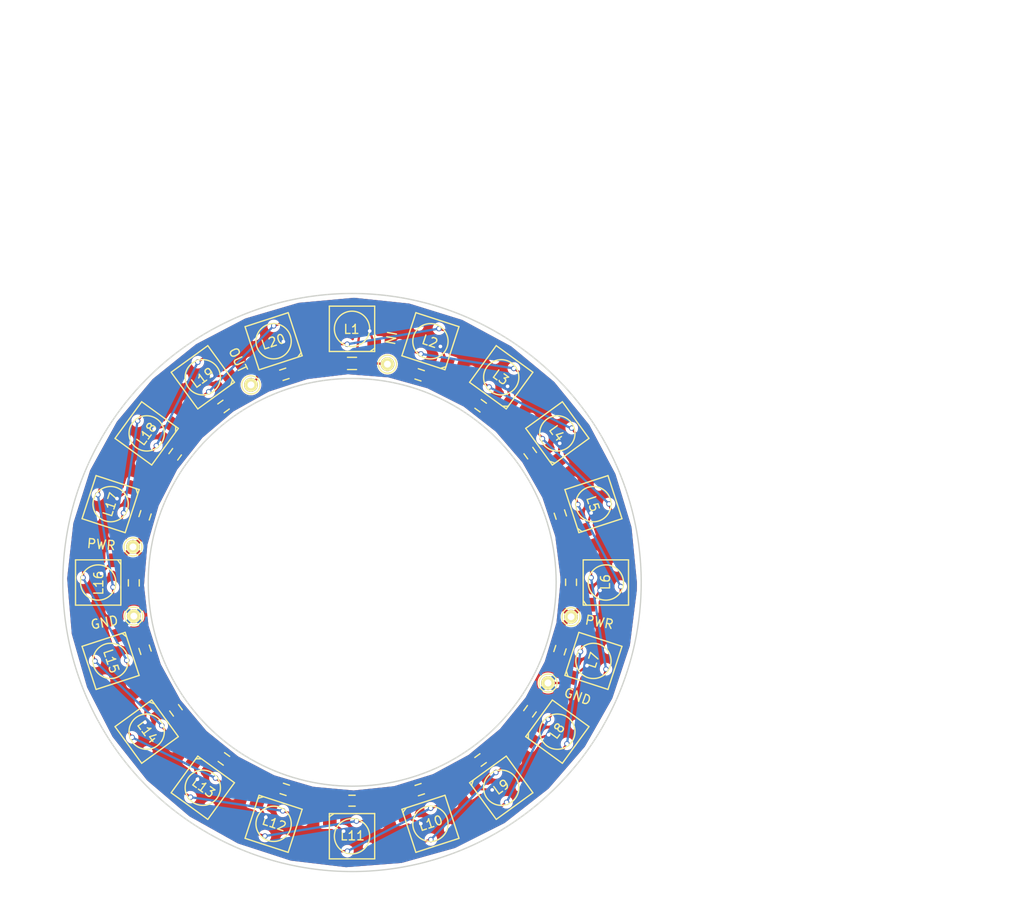
<source format=kicad_pcb>
(kicad_pcb (version 4) (host pcbnew 4.0.1-stable)
  (layers (0 F.Cu signal) (31 B.Cu signal) (34 B.Paste user hide) (35 F.Paste user hide) (36 B.SilkS user) (37 F.SilkS user) (38 B.Mask user) (39 F.Mask user) (44 Edge.Cuts user))
  (net 0 "")
  (net 1 +5V)
  (net 2 GND)
  (net 3 "Net-(L1-Pad4)")
  (net 4 "Net-(L1-Pad2)")
  (net 5 "Net-(L2-Pad2)")
  (net 6 "Net-(L3-Pad2)")
  (net 7 "Net-(L4-Pad2)")
  (net 8 "Net-(L5-Pad2)")
  (net 9 "Net-(L6-Pad2)")
  (net 10 "Net-(L7-Pad2)")
  (net 11 "Net-(L8-Pad2)")
  (net 12 "Net-(L10-Pad4)")
  (net 13 "Net-(L10-Pad2)")
  (net 14 "Net-(L11-Pad2)")
  (net 15 "Net-(L12-Pad2)")
  (net 16 "Net-(L13-Pad2)")
  (net 17 "Net-(L14-Pad2)")
  (net 18 "Net-(L15-Pad2)")
  (net 19 "Net-(L16-Pad2)")
  (net 20 "Net-(L17-Pad2)")
  (net 21 "Net-(L18-Pad2)")
  (net 22 "Net-(L19-Pad2)")
  (net 23 OUT_20Pixel)
  (net 24 IN_20Pixel)
  (module Capacitors_SMD:C_0603_HandSoldering (layer F.Cu) (at 151.55 76.67 342)
    (fp_text reference C1 hide)
    (fp_text value 104 hide)
    (pad 1 smd rect (at -0.95 0 342) (size 1.2 0.75) (layers F.Cu F.Paste F.Mask) (net 1 +5V))
    (pad 2 smd rect (at 0.95 0 342) (size 1.2 0.75) (layers F.Cu F.Paste F.Mask) (net 2 GND))
  )
  (module Capacitors_SMD:C_0603_HandSoldering (layer F.Cu) (at 158.28 80.08 324)
    (fp_text reference C2 hide)
    (fp_text value 104 hide)
    (pad 1 smd rect (at -0.95 0 324) (size 1.2 0.75) (layers F.Cu F.Paste F.Mask) (net 1 +5V))
    (pad 2 smd rect (at 0.95 0 324) (size 1.2 0.75) (layers F.Cu F.Paste F.Mask) (net 2 GND))
  )
  (module Capacitors_SMD:C_0603_HandSoldering (layer F.Cu) (at 163.75 85.31 306)
    (fp_text reference C3 hide)
    (fp_text value 104 hide)
    (pad 1 smd rect (at -0.95 0 306) (size 1.2 0.75) (layers F.Cu F.Paste F.Mask) (net 1 +5V))
    (pad 2 smd rect (at 0.95 0 306) (size 1.2 0.75) (layers F.Cu F.Paste F.Mask) (net 2 GND))
  )
  (module Capacitors_SMD:C_0603_HandSoldering (layer F.Cu) (at 167.07 92.09 288)
    (fp_text reference C4 hide)
    (fp_text value 104 hide)
    (pad 1 smd rect (at -0.95 0 288) (size 1.2 0.75) (layers F.Cu F.Paste F.Mask) (net 1 +5V))
    (pad 2 smd rect (at 0.95 0 288) (size 1.2 0.75) (layers F.Cu F.Paste F.Mask) (net 2 GND))
  )
  (module Capacitors_SMD:C_0603_HandSoldering (layer F.Cu) (at 168.25 99.56 270)
    (fp_text reference C5 hide)
    (fp_text value 104 hide)
    (pad 1 smd rect (at -0.95 0 270) (size 1.2 0.75) (layers F.Cu F.Paste F.Mask) (net 1 +5V))
    (pad 2 smd rect (at 0.95 0 270) (size 1.2 0.75) (layers F.Cu F.Paste F.Mask) (net 2 GND))
  )
  (module Capacitors_SMD:C_0603_HandSoldering (layer F.Cu) (at 167.03 107.06 252)
    (fp_text reference C6 hide)
    (fp_text value 104 hide)
    (pad 1 smd rect (at -0.95 0 252) (size 1.2 0.75) (layers F.Cu F.Paste F.Mask) (net 1 +5V))
    (pad 2 smd rect (at 0.95 0 252) (size 1.2 0.75) (layers F.Cu F.Paste F.Mask) (net 2 GND))
  )
  (module Capacitors_SMD:C_0603_HandSoldering (layer F.Cu) (at 163.72 113.8 234)
    (fp_text reference C7 hide)
    (fp_text value 104 hide)
    (pad 1 smd rect (at -0.95 0 234) (size 1.2 0.75) (layers F.Cu F.Paste F.Mask) (net 1 +5V))
    (pad 2 smd rect (at 0.95 0 234) (size 1.2 0.75) (layers F.Cu F.Paste F.Mask) (net 2 GND))
  )
  (module Capacitors_SMD:C_0603_HandSoldering (layer F.Cu) (at 158.27 119.18 216)
    (fp_text reference C8 hide)
    (fp_text value 104 hide)
    (pad 1 smd rect (at -0.95 0 216) (size 1.2 0.75) (layers F.Cu F.Paste F.Mask) (net 1 +5V))
    (pad 2 smd rect (at 0.95 0 216) (size 1.2 0.75) (layers F.Cu F.Paste F.Mask) (net 2 GND))
  )
  (module Capacitors_SMD:C_0603_HandSoldering (layer F.Cu) (at 151.56 122.45 198)
    (fp_text reference C9 hide)
    (fp_text value 104 hide)
    (pad 1 smd rect (at -0.95 0 198) (size 1.2 0.75) (layers F.Cu F.Paste F.Mask) (net 1 +5V))
    (pad 2 smd rect (at 0.95 0 198) (size 1.2 0.75) (layers F.Cu F.Paste F.Mask) (net 2 GND))
  )
  (module Capacitors_SMD:C_0603_HandSoldering (layer F.Cu) (at 144.09 123.67 180)
    (fp_text reference C10 hide)
    (fp_text value 104 hide)
    (pad 1 smd rect (at -0.95 0 180) (size 1.2 0.75) (layers F.Cu F.Paste F.Mask) (net 1 +5V))
    (pad 2 smd rect (at 0.95 0 180) (size 1.2 0.75) (layers F.Cu F.Paste F.Mask) (net 2 GND))
  )
  (module Capacitors_SMD:C_0603_HandSoldering (layer F.Cu) (at 136.67 122.42 162)
    (fp_text reference C11 hide)
    (fp_text value 104 hide)
    (pad 1 smd rect (at -0.95 0 162) (size 1.2 0.75) (layers F.Cu F.Paste F.Mask) (net 1 +5V))
    (pad 2 smd rect (at 0.95 0 162) (size 1.2 0.75) (layers F.Cu F.Paste F.Mask) (net 2 GND))
  )
  (module Capacitors_SMD:C_0603_HandSoldering (layer F.Cu) (at 129.96 119.06 144)
    (fp_text reference C12 hide)
    (fp_text value 104 hide)
    (pad 1 smd rect (at -0.95 0 144) (size 1.2 0.75) (layers F.Cu F.Paste F.Mask) (net 1 +5V))
    (pad 2 smd rect (at 0.95 0 144) (size 1.2 0.75) (layers F.Cu F.Paste F.Mask) (net 2 GND))
  )
  (module Capacitors_SMD:C_0603_HandSoldering (layer F.Cu) (at 124.67 113.7 126)
    (fp_text reference C13 hide)
    (fp_text value 104 hide)
    (pad 1 smd rect (at -0.95 0 126) (size 1.2 0.75) (layers F.Cu F.Paste F.Mask) (net 1 +5V))
    (pad 2 smd rect (at 0.95 0 126) (size 1.2 0.75) (layers F.Cu F.Paste F.Mask) (net 2 GND))
  )
  (module Capacitors_SMD:C_0603_HandSoldering (layer F.Cu) (at 121.26 107.01 108)
    (fp_text reference C14 hide)
    (fp_text value 104 hide)
    (pad 1 smd rect (at -0.95 0 108) (size 1.2 0.75) (layers F.Cu F.Paste F.Mask) (net 1 +5V))
    (pad 2 smd rect (at 0.95 0 108) (size 1.2 0.75) (layers F.Cu F.Paste F.Mask) (net 2 GND))
  )
  (module Capacitors_SMD:C_0603_HandSoldering (layer F.Cu) (at 120.02 99.63 90)
    (fp_text reference C15 hide)
    (fp_text value 104 hide)
    (pad 1 smd rect (at -0.95 0 90) (size 1.2 0.75) (layers F.Cu F.Paste F.Mask) (net 1 +5V))
    (pad 2 smd rect (at 0.95 0 90) (size 1.2 0.75) (layers F.Cu F.Paste F.Mask) (net 2 GND))
  )
  (module Capacitors_SMD:C_0603_HandSoldering (layer F.Cu) (at 121.26 92.17 72)
    (fp_text reference C16 hide)
    (fp_text value 104 hide)
    (pad 1 smd rect (at -0.95 0 72) (size 1.2 0.75) (layers F.Cu F.Paste F.Mask) (net 1 +5V))
    (pad 2 smd rect (at 0.95 0 72) (size 1.2 0.75) (layers F.Cu F.Paste F.Mask) (net 2 GND))
  )
  (module Capacitors_SMD:C_0603_HandSoldering (layer F.Cu) (at 124.58 85.44 54)
    (fp_text reference C17 hide)
    (fp_text value 104 hide)
    (pad 1 smd rect (at -0.95 0 54) (size 1.2 0.75) (layers F.Cu F.Paste F.Mask) (net 1 +5V))
    (pad 2 smd rect (at 0.95 0 54) (size 1.2 0.75) (layers F.Cu F.Paste F.Mask) (net 2 GND))
  )
  (module Capacitors_SMD:C_0603_HandSoldering (layer F.Cu) (at 129.92 80.16 36)
    (fp_text reference C18 hide)
    (fp_text value 104 hide)
    (pad 1 smd rect (at -0.95 0 36) (size 1.2 0.75) (layers F.Cu F.Paste F.Mask) (net 1 +5V))
    (pad 2 smd rect (at 0.95 0 36) (size 1.2 0.75) (layers F.Cu F.Paste F.Mask) (net 2 GND))
  )
  (module Capacitors_SMD:C_0603_HandSoldering (layer F.Cu) (at 136.63 76.61 18)
    (fp_text reference C19 hide)
    (fp_text value 104 hide)
    (pad 1 smd rect (at -0.95 0 18) (size 1.2 0.75) (layers F.Cu F.Paste F.Mask) (net 1 +5V))
    (pad 2 smd rect (at 0.95 0 18) (size 1.2 0.75) (layers F.Cu F.Paste F.Mask) (net 2 GND))
  )
  (module ThroughHolePads:1pin_0.762drill (layer F.Cu) (at 148 75.49)
    (fp_text reference P1 hide)
    (fp_text value CONN_01X01 hide)
    (pad 1 thru_hole circle (at 0 0) (size 1.524 1.524) (drill 0.762) (layers *.Cu *.Mask F.SilkS) (net 24 IN_20Pixel))
  )
  (module ThroughHolePads:1pin_0.762drill (layer F.Cu) (at 120.02 103.3)
    (fp_text reference P2 hide)
    (fp_text value CONN_01X01 hide)
    (pad 1 thru_hole circle (at 0 0) (size 1.524 1.524) (drill 0.762) (layers *.Cu *.Mask F.SilkS) (net 2 GND))
  )
  (module ThroughHolePads:1pin_0.762drill (layer F.Cu) (at 119.93 95.66)
    (fp_text reference P3 hide)
    (fp_text value CONN_01X01 hide)
    (pad 1 thru_hole circle (at 0 0) (size 1.524 1.524) (drill 0.762) (layers *.Cu *.Mask F.SilkS) (net 1 +5V))
  )
  (module ThroughHolePads:1pin_0.762drill (layer F.Cu) (at 132.94 77.78)
    (fp_text reference P4 hide)
    (fp_text value CONN_01X01 hide)
    (pad 1 thru_hole circle (at 0 0) (size 1.524 1.524) (drill 0.762) (layers *.Cu *.Mask F.SilkS) (net 23 OUT_20Pixel))
  )
  (module ThroughHolePads:1pin_0.762drill (layer F.Cu) (at 165.71 110.68)
    (fp_text reference P5 hide)
    (fp_text value CONN_01X01 hide)
    (pad 1 thru_hole circle (at 0 0) (size 1.524 1.524) (drill 0.762) (layers *.Cu *.Mask F.SilkS) (net 2 GND))
  )
  (module ThroughHolePads:1pin_0.762drill (layer F.Cu) (at 168.25 103.37)
    (fp_text reference P6 hide)
    (fp_text value CONN_01X01 hide)
    (pad 1 thru_hole circle (at 0 0) (size 1.524 1.524) (drill 0.762) (layers *.Cu *.Mask F.SilkS) (net 1 +5V))
  )
  (module Resistors_SMD:R_0603_HandSoldering (layer F.Cu) (at 144.09 75.41)
    (fp_text reference R1 hide)
    (fp_text value 471 hide)
    (pad 1 smd rect (at -1.1 0) (size 1.2 0.9) (layers F.Cu F.Paste F.Mask) (net 3 "Net-(L1-Pad4)"))
    (pad 2 smd rect (at 1.1 0) (size 1.2 0.9) (layers F.Cu F.Paste F.Mask) (net 24 IN_20Pixel))
  )
  (module NeoPixel:WS2812B (layer F.Cu) (at 135.44 72.96 18)
    (fp_text reference L20 (at -0.05 0.05 18) (layer F.SilkS))
    (fp_text value WS2812B hide)
    (pad 4 smd rect (at 2.45 -1.65 18) (size 1.5 0.9) (layers F.Cu F.Paste F.Mask) (net 22 "Net-(L19-Pad2)"))
    (pad 3 smd rect (at 2.45 1.65 18) (size 1.5 0.9) (layers F.Cu F.Paste F.Mask) (net 2 GND))
    (pad 1 smd rect (at -2.45 -1.65 18) (size 1.5 0.9) (layers F.Cu F.Paste F.Mask) (net 1 +5V))
    (pad 2 smd rect (at -2.45 1.65 18) (size 1.5 0.9) (layers F.Cu F.Paste F.Mask) (net 23 OUT_20Pixel))
  )
  (module NeoPixel:WS2812B (layer F.Cu) (at 127.63 76.94 36)
    (fp_text reference L19 (at -0.05 0.05 36) (layer F.SilkS))
    (fp_text value WS2812B hide)
    (pad 4 smd rect (at 2.45 -1.65 36) (size 1.5 0.9) (layers F.Cu F.Paste F.Mask) (net 21 "Net-(L18-Pad2)"))
    (pad 3 smd rect (at 2.45 1.65 36) (size 1.5 0.9) (layers F.Cu F.Paste F.Mask) (net 2 GND))
    (pad 1 smd rect (at -2.45 -1.65 36) (size 1.5 0.9) (layers F.Cu F.Paste F.Mask) (net 1 +5V))
    (pad 2 smd rect (at -2.45 1.65 36) (size 1.5 0.9) (layers F.Cu F.Paste F.Mask) (net 22 "Net-(L19-Pad2)"))
  )
  (module NeoPixel:WS2812B (layer F.Cu) (at 121.44 83.13 54)
    (fp_text reference L18 (at -0.05 0.05 54) (layer F.SilkS))
    (fp_text value WS2812B hide)
    (pad 4 smd rect (at 2.45 -1.65 54) (size 1.5 0.9) (layers F.Cu F.Paste F.Mask) (net 20 "Net-(L17-Pad2)"))
    (pad 3 smd rect (at 2.45 1.65 54) (size 1.5 0.9) (layers F.Cu F.Paste F.Mask) (net 2 GND))
    (pad 1 smd rect (at -2.45 -1.65 54) (size 1.5 0.9) (layers F.Cu F.Paste F.Mask) (net 1 +5V))
    (pad 2 smd rect (at -2.45 1.65 54) (size 1.5 0.9) (layers F.Cu F.Paste F.Mask) (net 21 "Net-(L18-Pad2)"))
  )
  (module NeoPixel:WS2812B (layer F.Cu) (at 117.46 90.94 72)
    (fp_text reference L17 (at -0.05 0.05 72) (layer F.SilkS))
    (fp_text value WS2812B hide)
    (pad 4 smd rect (at 2.45 -1.65 72) (size 1.5 0.9) (layers F.Cu F.Paste F.Mask) (net 19 "Net-(L16-Pad2)"))
    (pad 3 smd rect (at 2.45 1.65 72) (size 1.5 0.9) (layers F.Cu F.Paste F.Mask) (net 2 GND))
    (pad 1 smd rect (at -2.45 -1.65 72) (size 1.5 0.9) (layers F.Cu F.Paste F.Mask) (net 1 +5V))
    (pad 2 smd rect (at -2.45 1.65 72) (size 1.5 0.9) (layers F.Cu F.Paste F.Mask) (net 20 "Net-(L17-Pad2)"))
  )
  (module NeoPixel:WS2812B (layer F.Cu) (at 116.09 99.59 90)
    (fp_text reference L16 (at -0.05 0.05 90) (layer F.SilkS))
    (fp_text value WS2812B hide)
    (pad 4 smd rect (at 2.45 -1.65 90) (size 1.5 0.9) (layers F.Cu F.Paste F.Mask) (net 18 "Net-(L15-Pad2)"))
    (pad 3 smd rect (at 2.45 1.65 90) (size 1.5 0.9) (layers F.Cu F.Paste F.Mask) (net 2 GND))
    (pad 1 smd rect (at -2.45 -1.65 90) (size 1.5 0.9) (layers F.Cu F.Paste F.Mask) (net 1 +5V))
    (pad 2 smd rect (at -2.45 1.65 90) (size 1.5 0.9) (layers F.Cu F.Paste F.Mask) (net 19 "Net-(L16-Pad2)"))
  )
  (module NeoPixel:WS2812B (layer F.Cu) (at 117.46 108.24 108)
    (fp_text reference L15 (at -0.05 0.05 108) (layer F.SilkS))
    (fp_text value WS2812B hide)
    (pad 4 smd rect (at 2.45 -1.65 108) (size 1.5 0.9) (layers F.Cu F.Paste F.Mask) (net 17 "Net-(L14-Pad2)"))
    (pad 3 smd rect (at 2.45 1.65 108) (size 1.5 0.9) (layers F.Cu F.Paste F.Mask) (net 2 GND))
    (pad 1 smd rect (at -2.45 -1.65 108) (size 1.5 0.9) (layers F.Cu F.Paste F.Mask) (net 1 +5V))
    (pad 2 smd rect (at -2.45 1.65 108) (size 1.5 0.9) (layers F.Cu F.Paste F.Mask) (net 18 "Net-(L15-Pad2)"))
  )
  (module NeoPixel:WS2812B (layer F.Cu) (at 121.44 116.05 126)
    (fp_text reference L14 (at -0.05 0.05 126) (layer F.SilkS))
    (fp_text value WS2812B hide)
    (pad 4 smd rect (at 2.45 -1.65 126) (size 1.5 0.9) (layers F.Cu F.Paste F.Mask) (net 16 "Net-(L13-Pad2)"))
    (pad 3 smd rect (at 2.45 1.65 126) (size 1.5 0.9) (layers F.Cu F.Paste F.Mask) (net 2 GND))
    (pad 1 smd rect (at -2.45 -1.65 126) (size 1.5 0.9) (layers F.Cu F.Paste F.Mask) (net 1 +5V))
    (pad 2 smd rect (at -2.45 1.65 126) (size 1.5 0.9) (layers F.Cu F.Paste F.Mask) (net 17 "Net-(L14-Pad2)"))
  )
  (module NeoPixel:WS2812B (layer F.Cu) (at 127.63 122.24 144)
    (fp_text reference L13 (at -0.05 0.05 144) (layer F.SilkS))
    (fp_text value WS2812B hide)
    (pad 4 smd rect (at 2.45 -1.65 144) (size 1.5 0.9) (layers F.Cu F.Paste F.Mask) (net 15 "Net-(L12-Pad2)"))
    (pad 3 smd rect (at 2.45 1.65 144) (size 1.5 0.9) (layers F.Cu F.Paste F.Mask) (net 2 GND))
    (pad 1 smd rect (at -2.45 -1.65 144) (size 1.5 0.9) (layers F.Cu F.Paste F.Mask) (net 1 +5V))
    (pad 2 smd rect (at -2.45 1.65 144) (size 1.5 0.9) (layers F.Cu F.Paste F.Mask) (net 16 "Net-(L13-Pad2)"))
  )
  (module NeoPixel:WS2812B (layer F.Cu) (at 135.44 126.22 162)
    (fp_text reference L12 (at -0.05 0.05 162) (layer F.SilkS))
    (fp_text value WS2812B hide)
    (pad 4 smd rect (at 2.45 -1.65 162) (size 1.5 0.9) (layers F.Cu F.Paste F.Mask) (net 14 "Net-(L11-Pad2)"))
    (pad 3 smd rect (at 2.45 1.65 162) (size 1.5 0.9) (layers F.Cu F.Paste F.Mask) (net 2 GND))
    (pad 1 smd rect (at -2.45 -1.65 162) (size 1.5 0.9) (layers F.Cu F.Paste F.Mask) (net 1 +5V))
    (pad 2 smd rect (at -2.45 1.65 162) (size 1.5 0.9) (layers F.Cu F.Paste F.Mask) (net 15 "Net-(L12-Pad2)"))
  )
  (module NeoPixel:WS2812B (layer F.Cu) (at 144.09 127.59 180)
    (fp_text reference L11 (at -0.05 0.05 180) (layer F.SilkS))
    (fp_text value WS2812B hide)
    (pad 4 smd rect (at 2.45 -1.65 180) (size 1.5 0.9) (layers F.Cu F.Paste F.Mask) (net 13 "Net-(L10-Pad2)"))
    (pad 3 smd rect (at 2.45 1.65 180) (size 1.5 0.9) (layers F.Cu F.Paste F.Mask) (net 2 GND))
    (pad 1 smd rect (at -2.45 -1.65 180) (size 1.5 0.9) (layers F.Cu F.Paste F.Mask) (net 1 +5V))
    (pad 2 smd rect (at -2.45 1.65 180) (size 1.5 0.9) (layers F.Cu F.Paste F.Mask) (net 14 "Net-(L11-Pad2)"))
  )
  (module NeoPixel:WS2812B (layer F.Cu) (at 152.74 126.22 198)
    (fp_text reference L10 (at -0.05 0.05 198) (layer F.SilkS))
    (fp_text value WS2812B hide)
    (pad 4 smd rect (at 2.45 -1.65 198) (size 1.5 0.9) (layers F.Cu F.Paste F.Mask) (net 12 "Net-(L10-Pad4)"))
    (pad 3 smd rect (at 2.45 1.65 198) (size 1.5 0.9) (layers F.Cu F.Paste F.Mask) (net 2 GND))
    (pad 1 smd rect (at -2.45 -1.65 198) (size 1.5 0.9) (layers F.Cu F.Paste F.Mask) (net 1 +5V))
    (pad 2 smd rect (at -2.45 1.65 198) (size 1.5 0.9) (layers F.Cu F.Paste F.Mask) (net 13 "Net-(L10-Pad2)"))
  )
  (module NeoPixel:WS2812B (layer F.Cu) (at 160.55 122.24 216)
    (fp_text reference L9 (at -0.05 0.05 216) (layer F.SilkS))
    (fp_text value WS2812B hide)
    (pad 4 smd rect (at 2.45 -1.65 216) (size 1.5 0.9) (layers F.Cu F.Paste F.Mask) (net 11 "Net-(L8-Pad2)"))
    (pad 3 smd rect (at 2.45 1.65 216) (size 1.5 0.9) (layers F.Cu F.Paste F.Mask) (net 2 GND))
    (pad 1 smd rect (at -2.45 -1.65 216) (size 1.5 0.9) (layers F.Cu F.Paste F.Mask) (net 1 +5V))
    (pad 2 smd rect (at -2.45 1.65 216) (size 1.5 0.9) (layers F.Cu F.Paste F.Mask) (net 12 "Net-(L10-Pad4)"))
  )
  (module NeoPixel:WS2812B (layer F.Cu) (at 166.74 116.05 234)
    (fp_text reference L8 (at -0.05 0.05 234) (layer F.SilkS))
    (fp_text value WS2812B hide)
    (pad 4 smd rect (at 2.45 -1.65 234) (size 1.5 0.9) (layers F.Cu F.Paste F.Mask) (net 10 "Net-(L7-Pad2)"))
    (pad 3 smd rect (at 2.45 1.65 234) (size 1.5 0.9) (layers F.Cu F.Paste F.Mask) (net 2 GND))
    (pad 1 smd rect (at -2.45 -1.65 234) (size 1.5 0.9) (layers F.Cu F.Paste F.Mask) (net 1 +5V))
    (pad 2 smd rect (at -2.45 1.65 234) (size 1.5 0.9) (layers F.Cu F.Paste F.Mask) (net 11 "Net-(L8-Pad2)"))
  )
  (module NeoPixel:WS2812B (layer F.Cu) (at 170.72 108.24 252)
    (fp_text reference L7 (at -0.05 0.05 252) (layer F.SilkS))
    (fp_text value WS2812B hide)
    (pad 4 smd rect (at 2.45 -1.65 252) (size 1.5 0.9) (layers F.Cu F.Paste F.Mask) (net 9 "Net-(L6-Pad2)"))
    (pad 3 smd rect (at 2.45 1.65 252) (size 1.5 0.9) (layers F.Cu F.Paste F.Mask) (net 2 GND))
    (pad 1 smd rect (at -2.45 -1.65 252) (size 1.5 0.9) (layers F.Cu F.Paste F.Mask) (net 1 +5V))
    (pad 2 smd rect (at -2.45 1.65 252) (size 1.5 0.9) (layers F.Cu F.Paste F.Mask) (net 10 "Net-(L7-Pad2)"))
  )
  (module NeoPixel:WS2812B (layer F.Cu) (at 172.09 99.59 270)
    (fp_text reference L6 (at -0.05 0.05 270) (layer F.SilkS))
    (fp_text value WS2812B hide)
    (pad 4 smd rect (at 2.45 -1.65 270) (size 1.5 0.9) (layers F.Cu F.Paste F.Mask) (net 8 "Net-(L5-Pad2)"))
    (pad 3 smd rect (at 2.45 1.65 270) (size 1.5 0.9) (layers F.Cu F.Paste F.Mask) (net 2 GND))
    (pad 1 smd rect (at -2.45 -1.65 270) (size 1.5 0.9) (layers F.Cu F.Paste F.Mask) (net 1 +5V))
    (pad 2 smd rect (at -2.45 1.65 270) (size 1.5 0.9) (layers F.Cu F.Paste F.Mask) (net 9 "Net-(L6-Pad2)"))
  )
  (module NeoPixel:WS2812B (layer F.Cu) (at 170.72 90.94 288)
    (fp_text reference L5 (at -0.05 0.05 288) (layer F.SilkS))
    (fp_text value WS2812B hide)
    (pad 4 smd rect (at 2.45 -1.65 288) (size 1.5 0.9) (layers F.Cu F.Paste F.Mask) (net 7 "Net-(L4-Pad2)"))
    (pad 3 smd rect (at 2.45 1.65 288) (size 1.5 0.9) (layers F.Cu F.Paste F.Mask) (net 2 GND))
    (pad 1 smd rect (at -2.45 -1.65 288) (size 1.5 0.9) (layers F.Cu F.Paste F.Mask) (net 1 +5V))
    (pad 2 smd rect (at -2.45 1.65 288) (size 1.5 0.9) (layers F.Cu F.Paste F.Mask) (net 8 "Net-(L5-Pad2)"))
  )
  (module NeoPixel:WS2812B (layer F.Cu) (at 166.74 83.13 306)
    (fp_text reference L4 (at -0.05 0.05 306) (layer F.SilkS))
    (fp_text value WS2812B hide)
    (pad 4 smd rect (at 2.45 -1.65 306) (size 1.5 0.9) (layers F.Cu F.Paste F.Mask) (net 6 "Net-(L3-Pad2)"))
    (pad 3 smd rect (at 2.45 1.65 306) (size 1.5 0.9) (layers F.Cu F.Paste F.Mask) (net 2 GND))
    (pad 1 smd rect (at -2.45 -1.65 306) (size 1.5 0.9) (layers F.Cu F.Paste F.Mask) (net 1 +5V))
    (pad 2 smd rect (at -2.45 1.65 306) (size 1.5 0.9) (layers F.Cu F.Paste F.Mask) (net 7 "Net-(L4-Pad2)"))
  )
  (module NeoPixel:WS2812B (layer F.Cu) (at 160.55 76.94 324)
    (fp_text reference L3 (at -0.05 0.05 324) (layer F.SilkS))
    (fp_text value WS2812B hide)
    (pad 4 smd rect (at 2.45 -1.65 324) (size 1.5 0.9) (layers F.Cu F.Paste F.Mask) (net 5 "Net-(L2-Pad2)"))
    (pad 3 smd rect (at 2.45 1.65 324) (size 1.5 0.9) (layers F.Cu F.Paste F.Mask) (net 2 GND))
    (pad 1 smd rect (at -2.45 -1.65 324) (size 1.5 0.9) (layers F.Cu F.Paste F.Mask) (net 1 +5V))
    (pad 2 smd rect (at -2.45 1.65 324) (size 1.5 0.9) (layers F.Cu F.Paste F.Mask) (net 6 "Net-(L3-Pad2)"))
  )
  (module NeoPixel:WS2812B (layer F.Cu) (at 152.74 72.96 342)
    (fp_text reference L2 (at -0.05 0.05 342) (layer F.SilkS))
    (fp_text value WS2812B hide)
    (pad 4 smd rect (at 2.45 -1.65 342) (size 1.5 0.9) (layers F.Cu F.Paste F.Mask) (net 4 "Net-(L1-Pad2)"))
    (pad 3 smd rect (at 2.45 1.65 342) (size 1.5 0.9) (layers F.Cu F.Paste F.Mask) (net 2 GND))
    (pad 1 smd rect (at -2.45 -1.65 342) (size 1.5 0.9) (layers F.Cu F.Paste F.Mask) (net 1 +5V))
    (pad 2 smd rect (at -2.45 1.65 342) (size 1.5 0.9) (layers F.Cu F.Paste F.Mask) (net 5 "Net-(L2-Pad2)"))
  )
  (module NeoPixel:WS2812B (layer F.Cu) (at 144.09 71.59)
    (fp_text reference L1 (at -0.05 0.05) (layer F.SilkS))
    (fp_text value WS2812B hide)
    (pad 4 smd rect (at 2.45 -1.65) (size 1.5 0.9) (layers F.Cu F.Paste F.Mask) (net 3 "Net-(L1-Pad4)"))
    (pad 3 smd rect (at 2.45 1.65) (size 1.5 0.9) (layers F.Cu F.Paste F.Mask) (net 2 GND))
    (pad 1 smd rect (at -2.45 -1.65) (size 1.5 0.9) (layers F.Cu F.Paste F.Mask) (net 1 +5V))
    (pad 2 smd rect (at -2.45 1.65) (size 1.5 0.9) (layers F.Cu F.Paste F.Mask) (net 4 "Net-(L1-Pad2)"))
  )
  (gr_circle (center 144.11 99.57) (end 161.09 114.33) (layer Edge.Cuts) (width 0.15))
  (gr_text GND (at 116.78 104.01 10) (layer F.SilkS) (effects (font (size 1 1))))
  (gr_text PWR (at 116.43 95.4 355) (layer F.SilkS) (effects (font (size 1 1))))
  (gr_text GND (at 168.97 112.17 340) (layer F.SilkS) (effects (font (size 1 1))))
  (gr_text PWR (at 171.37 103.97 350) (layer F.SilkS) (effects (font (size 1 1))))
  (gr_text IN (at 148.36 72.59 260) (layer F.SilkS) (effects (font (size 1 1))))
  (gr_text OUT (at 131.51 75.05 295) (layer F.SilkS) (effects (font (size 1 1))))
  (gr_circle (center 144.09 99.59) (end 163.39 74.19) (layer Edge.Cuts) (width 0.15))
  (segment (start 146.54 73.24) (end 146.04 71.83) (width 0.25) (layer F.Cu) (net 2))
  (via (at 146.04 71.83) (size 0.6) (drill 0.4) (layers F.Cu B.Cu) (net 2))
  (segment (start 138.279967 73.772152) (end 136.52 73) (width 0.25) (layer F.Cu) (net 2))
  (segment (start 136.52 73) (end 136.49 73.01) (width 0.25) (layer B.Cu) (net 2))
  (via (at 136.52 73) (size 0.6) (drill 0.4) (layers F.Cu B.Cu) (net 2))
  (segment (start 130.581937 76.834804) (end 128.61 76.76) (width 0.25) (layer F.Cu) (net 2))
  (via (at 128.61 76.76) (size 0.6) (drill 0.4) (layers F.Cu B.Cu) (net 2))
  (segment (start 124.214952 82.117754) (end 122.26 82.65) (width 0.25) (layer F.Cu) (net 2))
  (via (at 122.26 82.65) (size 0.6) (drill 0.4) (layers F.Cu B.Cu) (net 2))
  (segment (start 119.786335 89.11979) (end 118.17 90.33) (width 0.25) (layer F.Cu) (net 2))
  (via (at 118.17 90.33) (size 0.6) (drill 0.4) (layers F.Cu B.Cu) (net 2))
  (segment (start 117.74 97.14) (end 116.45 98.6) (width 0.25) (layer F.Cu) (net 2))
  (via (at 116.45 98.6) (size 0.6) (drill 0.4) (layers F.Cu B.Cu) (net 2))
  (segment (start 121.334804 113.098063) (end 121.26 115.03) (width 0.25) (layer F.Cu) (net 2))
  (segment (start 121.26 115.03) (end 121.26 115.05) (width 0.25) (layer B.Cu) (net 2))
  (via (at 121.26 115.03) (size 0.6) (drill 0.4) (layers F.Cu B.Cu) (net 2))
  (segment (start 126.617754 119.465048) (end 127.04 121.31) (width 0.25) (layer F.Cu) (net 2))
  (via (at 127.04 121.31) (size 0.6) (drill 0.4) (layers F.Cu B.Cu) (net 2))
  (segment (start 133.61979 123.893665) (end 134.58 125.5) (width 0.25) (layer F.Cu) (net 2))
  (via (at 134.58 125.5) (size 0.6) (drill 0.4) (layers F.Cu B.Cu) (net 2))
  (segment (start 141.64 125.94) (end 143.16 127.03) (width 0.25) (layer F.Cu) (net 2))
  (segment (start 143.16 127.03) (end 143.16 127.04) (width 0.25) (layer B.Cu) (net 2))
  (via (at 143.16 127.03) (size 0.6) (drill 0.4) (layers F.Cu B.Cu) (net 2))
  (segment (start 149.900033 125.407848) (end 151.68 126.2) (width 0.25) (layer F.Cu) (net 2))
  (via (at 151.68 126.2) (size 0.6) (drill 0.4) (layers F.Cu B.Cu) (net 2))
  (segment (start 157.598063 122.345196) (end 159.55 122.48) (width 0.25) (layer F.Cu) (net 2))
  (segment (start 159.55 122.48) (end 159.55 122.5) (width 0.25) (layer B.Cu) (net 2))
  (via (at 159.55 122.48) (size 0.6) (drill 0.4) (layers F.Cu B.Cu) (net 2))
  (segment (start 163.965048 117.062246) (end 165.78 116.4) (width 0.25) (layer F.Cu) (net 2))
  (via (at 165.78 116.4) (size 0.6) (drill 0.4) (layers F.Cu B.Cu) (net 2))
  (segment (start 168.393665 110.06021) (end 170 108.77) (width 0.25) (layer F.Cu) (net 2))
  (via (at 170 108.77) (size 0.6) (drill 0.4) (layers F.Cu B.Cu) (net 2))
  (segment (start 170.44 102.04) (end 171.45 100.46) (width 0.25) (layer F.Cu) (net 2))
  (via (at 171.45 100.46) (size 0.6) (drill 0.4) (layers F.Cu B.Cu) (net 2))
  (segment (start 169.907848 93.779967) (end 170.47 91.91) (width 0.25) (layer F.Cu) (net 2))
  (via (at 170.47 91.91) (size 0.6) (drill 0.4) (layers F.Cu B.Cu) (net 2))
  (segment (start 166.845196 86.081937) (end 167 84.23) (width 0.25) (layer F.Cu) (net 2))
  (via (at 167 84.23) (size 0.6) (drill 0.4) (layers F.Cu B.Cu) (net 2))
  (segment (start 161.562246 79.714952) (end 161.25 77.94) (width 0.25) (layer F.Cu) (net 2))
  (via (at 161.25 77.94) (size 0.6) (drill 0.4) (layers F.Cu B.Cu) (net 2))
  (segment (start 154.56021 75.286335) (end 153.84 73.54) (width 0.25) (layer F.Cu) (net 2))
  (segment (start 153.84 73.54) (end 155.6 74.15) (width 0.25) (layer B.Cu) (net 2))
  (via (at 153.84 73.54) (size 0.6) (drill 0.4) (layers F.Cu B.Cu) (net 2))
  (segment (start 165.71 110.68) (end 167.773875 110.68) (width 0.25) (layer F.Cu) (net 2))
  (segment (start 167.773875 110.68) (end 168.393665 110.06021) (width 0.25) (layer F.Cu) (net 2))
  (segment (start 120.02 103.3) (end 118.272152 105.047848) (width 0.25) (layer F.Cu) (net 2))
  (segment (start 118.272152 105.047848) (end 118.272152 105.400033) (width 0.25) (layer F.Cu) (net 2))
  (segment (start 121.553566 91.266496) (end 119.786335 89.499265) (width 0.25) (layer F.Cu) (net 2))
  (segment (start 119.786335 89.499265) (end 119.786335 89.11979) (width 0.25) (layer F.Cu) (net 2))
  (segment (start 120.02 98.68) (end 118.94 98.64) (width 0.25) (layer F.Cu) (net 2))
  (segment (start 118.94 98.64) (end 117.74 97.44) (width 0.25) (layer F.Cu) (net 2))
  (segment (start 117.74 97.44) (end 117.74 97.14) (width 0.25) (layer F.Cu) (net 2))
  (segment (start 120.966434 106.106496) (end 118.978615 106.106496) (width 0.25) (layer F.Cu) (net 2))
  (segment (start 118.978615 106.106496) (end 118.272152 105.400033) (width 0.25) (layer F.Cu) (net 2))
  (segment (start 124.111604 112.931434) (end 121.501433 112.931434) (width 0.25) (layer F.Cu) (net 2))
  (segment (start 121.501433 112.931434) (end 121.334804 113.098063) (width 0.25) (layer F.Cu) (net 2))
  (segment (start 129.191434 118.501604) (end 127.631198 118.451604) (width 0.25) (layer F.Cu) (net 2))
  (segment (start 127.631198 118.451604) (end 126.617754 119.465048) (width 0.25) (layer F.Cu) (net 2))
  (segment (start 135.766496 122.126434) (end 133.999265 123.893665) (width 0.25) (layer F.Cu) (net 2))
  (segment (start 133.999265 123.893665) (end 133.61979 123.893665) (width 0.25) (layer F.Cu) (net 2))
  (segment (start 141.64 125.94) (end 141.64 124.865) (width 0.25) (layer F.Cu) (net 2))
  (segment (start 141.64 124.865) (end 142.915 123.67) (width 0.25) (layer F.Cu) (net 2))
  (segment (start 142.915 123.67) (end 143.14 123.67) (width 0.25) (layer F.Cu) (net 2))
  (segment (start 150.656496 122.743566) (end 150.606496 124.701385) (width 0.25) (layer F.Cu) (net 2))
  (segment (start 150.606496 124.701385) (end 149.900033 125.407848) (width 0.25) (layer F.Cu) (net 2))
  (segment (start 157.501434 119.738396) (end 156.431434 121.178567) (width 0.25) (layer F.Cu) (net 2))
  (segment (start 156.431434 121.178567) (end 157.598063 122.345196) (width 0.25) (layer F.Cu) (net 2))
  (segment (start 163.161604 114.568566) (end 162.951604 116.048802) (width 0.25) (layer F.Cu) (net 2))
  (segment (start 162.951604 116.048802) (end 163.965048 117.062246) (width 0.25) (layer F.Cu) (net 2))
  (segment (start 166.736434 107.963504) (end 168.393665 109.680735) (width 0.25) (layer F.Cu) (net 2))
  (segment (start 168.393665 109.680735) (end 168.393665 110.06021) (width 0.25) (layer F.Cu) (net 2))
  (segment (start 168.25 100.51) (end 169.24 100.54) (width 0.25) (layer F.Cu) (net 2))
  (segment (start 169.24 100.54) (end 170.44 101.74) (width 0.25) (layer F.Cu) (net 2))
  (segment (start 170.44 101.74) (end 170.44 102.04) (width 0.25) (layer F.Cu) (net 2))
  (segment (start 167.363566 92.993504) (end 169.201385 93.073504) (width 0.25) (layer F.Cu) (net 2))
  (segment (start 169.201385 93.073504) (end 169.907848 93.779967) (width 0.25) (layer F.Cu) (net 2))
  (segment (start 164.308396 86.078566) (end 166.678567 86.248566) (width 0.25) (layer F.Cu) (net 2))
  (segment (start 166.678567 86.248566) (end 166.845196 86.081937) (width 0.25) (layer F.Cu) (net 2))
  (segment (start 159.048566 80.638396) (end 160.548802 80.728396) (width 0.25) (layer F.Cu) (net 2))
  (segment (start 160.548802 80.728396) (end 161.562246 79.714952) (width 0.25) (layer F.Cu) (net 2))
  (segment (start 152.453504 76.963566) (end 154.180735 75.286335) (width 0.25) (layer F.Cu) (net 2))
  (segment (start 154.180735 75.286335) (end 154.56021 75.286335) (width 0.25) (layer F.Cu) (net 2))
  (segment (start 125.138396 84.671434) (end 125.228396 83.131198) (width 0.25) (layer F.Cu) (net 2))
  (segment (start 125.228396 83.131198) (end 124.214952 82.117754) (width 0.25) (layer F.Cu) (net 2))
  (segment (start 130.688566 79.601604) (end 130.748566 77.001433) (width 0.25) (layer F.Cu) (net 2))
  (segment (start 130.748566 77.001433) (end 130.581937 76.834804) (width 0.25) (layer F.Cu) (net 2))
  (segment (start 137.533504 76.316434) (end 137.573504 74.478615) (width 0.25) (layer F.Cu) (net 2))
  (segment (start 137.573504 74.478615) (end 138.279967 73.772152) (width 0.25) (layer F.Cu) (net 2))
  (segment (start 142.99 75.41) (end 144.66 73.8) (width 0.25) (layer F.Cu) (net 3))
  (segment (start 145.06 71.18) (end 146.54 69.94) (width 0.25) (layer F.Cu) (net 3))
  (segment (start 144.66 73.8) (end 145.06 71.18) (width 0.25) (layer F.Cu) (net 3))
  (segment (start 146.24 69.94) (end 146.54 69.94) (width 0.25) (layer F.Cu) (net 3))
  (segment (start 141.64 73.24) (end 143.56 73.29) (width 0.25) (layer F.Cu) (net 4))
  (segment (start 153.68 71.57) (end 155.579967 72.147848) (width 0.25) (layer F.Cu) (net 4))
  (via (at 153.68 71.57) (size 0.6) (drill 0.4) (layers F.Cu B.Cu) (net 4))
  (segment (start 143.56 73.29) (end 153.68 71.57) (width 0.25) (layer B.Cu) (net 4))
  (via (at 143.56 73.29) (size 0.6) (drill 0.4) (layers F.Cu B.Cu) (net 4))
  (segment (start 149.900033 73.772152) (end 151.69 74.36) (width 0.25) (layer F.Cu) (net 5))
  (segment (start 161.94 75.96) (end 163.501937 77.045196) (width 0.25) (layer F.Cu) (net 5))
  (via (at 161.94 75.96) (size 0.6) (drill 0.4) (layers F.Cu B.Cu) (net 5))
  (segment (start 161.96 75.96) (end 161.94 75.96) (width 0.25) (layer B.Cu) (net 5))
  (segment (start 151.69 74.36) (end 161.96 75.96) (width 0.25) (layer B.Cu) (net 5))
  (via (at 151.69 74.36) (size 0.6) (drill 0.4) (layers F.Cu B.Cu) (net 5))
  (segment (start 157.598063 76.834804) (end 159.21 78.02) (width 0.25) (layer F.Cu) (net 6))
  (segment (start 168.33 82.55) (end 169.514952 84.142246) (width 0.25) (layer F.Cu) (net 6))
  (via (at 168.33 82.55) (size 0.6) (drill 0.4) (layers F.Cu B.Cu) (net 6))
  (segment (start 168.36 82.63) (end 168.33 82.55) (width 0.25) (layer B.Cu) (net 6))
  (segment (start 159.21 78.02) (end 168.36 82.63) (width 0.25) (layer B.Cu) (net 6))
  (via (at 159.21 78.02) (size 0.6) (drill 0.4) (layers F.Cu B.Cu) (net 6))
  (segment (start 163.965048 82.117754) (end 165.09 83.72) (width 0.25) (layer F.Cu) (net 7))
  (segment (start 172.44 90.92) (end 173.046335 92.76021) (width 0.25) (layer F.Cu) (net 7))
  (via (at 172.44 90.92) (size 0.6) (drill 0.4) (layers F.Cu B.Cu) (net 7))
  (segment (start 165.09 83.72) (end 172.44 90.92) (width 0.25) (layer B.Cu) (net 7))
  (via (at 165.09 83.72) (size 0.6) (drill 0.4) (layers F.Cu B.Cu) (net 7))
  (segment (start 168.393665 89.11979) (end 169 90.98) (width 0.25) (layer F.Cu) (net 8))
  (segment (start 173.73 100.04) (end 173.74 102.04) (width 0.25) (layer F.Cu) (net 8))
  (via (at 173.73 100.04) (size 0.6) (drill 0.4) (layers F.Cu B.Cu) (net 8))
  (segment (start 169 90.98) (end 173.73 100.04) (width 0.25) (layer B.Cu) (net 8))
  (via (at 169 90.98) (size 0.6) (drill 0.4) (layers F.Cu B.Cu) (net 8))
  (segment (start 170.44 97.14) (end 170.46 99.06) (width 0.25) (layer F.Cu) (net 9))
  (segment (start 172.11 109.16) (end 171.532152 111.079967) (width 0.25) (layer F.Cu) (net 9))
  (via (at 172.11 109.16) (size 0.6) (drill 0.4) (layers F.Cu B.Cu) (net 9))
  (segment (start 170.46 99.06) (end 172.11 109.16) (width 0.25) (layer B.Cu) (net 9))
  (via (at 170.46 99.06) (size 0.6) (drill 0.4) (layers F.Cu B.Cu) (net 9))
  (segment (start 169.907848 105.400033) (end 169.29 107.21) (width 0.25) (layer F.Cu) (net 10))
  (segment (start 167.8 117.39) (end 166.634804 119.001937) (width 0.25) (layer F.Cu) (net 10))
  (via (at 167.8 117.39) (size 0.6) (drill 0.4) (layers F.Cu B.Cu) (net 10))
  (segment (start 169.29 107.21) (end 167.8 117.39) (width 0.25) (layer B.Cu) (net 10))
  (via (at 169.29 107.21) (size 0.6) (drill 0.4) (layers F.Cu B.Cu) (net 10))
  (segment (start 166.845196 113.098063) (end 165.73 114.69) (width 0.25) (layer F.Cu) (net 11))
  (segment (start 161.14 123.85) (end 159.537754 125.014952) (width 0.25) (layer F.Cu) (net 11))
  (via (at 161.14 123.85) (size 0.6) (drill 0.4) (layers F.Cu B.Cu) (net 11))
  (segment (start 165.73 114.69) (end 161.14 123.85) (width 0.25) (layer B.Cu) (net 11))
  (via (at 165.73 114.69) (size 0.6) (drill 0.4) (layers F.Cu B.Cu) (net 11))
  (segment (start 161.562246 119.465048) (end 159.96 120.56) (width 0.25) (layer F.Cu) (net 12))
  (segment (start 152.79 127.96) (end 150.91979 128.546335) (width 0.25) (layer F.Cu) (net 12))
  (via (at 152.79 127.96) (size 0.6) (drill 0.4) (layers F.Cu B.Cu) (net 12))
  (segment (start 159.96 120.56) (end 152.79 127.96) (width 0.25) (layer B.Cu) (net 12))
  (via (at 159.96 120.56) (size 0.6) (drill 0.4) (layers F.Cu B.Cu) (net 12))
  (segment (start 154.56021 123.893665) (end 152.77 124.5) (width 0.25) (layer F.Cu) (net 13))
  (segment (start 143.58 129.24) (end 141.64 129.24) (width 0.25) (layer F.Cu) (net 13))
  (via (at 143.58 129.24) (size 0.6) (drill 0.4) (layers F.Cu B.Cu) (net 13))
  (segment (start 152.77 124.5) (end 143.58 129.24) (width 0.25) (layer B.Cu) (net 13))
  (via (at 152.77 124.5) (size 0.6) (drill 0.4) (layers F.Cu B.Cu) (net 13))
  (segment (start 146.54 125.94) (end 144.58 125.92) (width 0.25) (layer F.Cu) (net 14))
  (segment (start 134.48 127.57) (end 132.600033 127.032152) (width 0.25) (layer F.Cu) (net 14))
  (via (at 134.48 127.57) (size 0.6) (drill 0.4) (layers F.Cu B.Cu) (net 14))
  (segment (start 144.58 125.92) (end 134.48 127.57) (width 0.25) (layer B.Cu) (net 14))
  (via (at 144.58 125.92) (size 0.6) (drill 0.4) (layers F.Cu B.Cu) (net 14))
  (segment (start 138.279967 125.407848) (end 136.45 124.79) (width 0.25) (layer F.Cu) (net 15))
  (segment (start 126.27 123.28) (end 124.678063 122.134804) (width 0.25) (layer F.Cu) (net 15))
  (via (at 126.27 123.28) (size 0.6) (drill 0.4) (layers F.Cu B.Cu) (net 15))
  (segment (start 136.45 124.79) (end 126.27 123.28) (width 0.25) (layer B.Cu) (net 15))
  (via (at 136.45 124.79) (size 0.6) (drill 0.4) (layers F.Cu B.Cu) (net 15))
  (segment (start 130.581937 122.345196) (end 129.03 121.17) (width 0.25) (layer F.Cu) (net 16))
  (segment (start 119.83 116.68) (end 118.665048 115.037754) (width 0.25) (layer F.Cu) (net 16))
  (via (at 119.83 116.68) (size 0.6) (drill 0.4) (layers F.Cu B.Cu) (net 16))
  (segment (start 129.03 121.17) (end 119.83 116.68) (width 0.25) (layer B.Cu) (net 16))
  (via (at 129.03 121.17) (size 0.6) (drill 0.4) (layers F.Cu B.Cu) (net 16))
  (segment (start 124.214952 117.062246) (end 123.1 115.38) (width 0.25) (layer F.Cu) (net 17))
  (segment (start 115.74 108.26) (end 115.133665 106.41979) (width 0.25) (layer F.Cu) (net 17))
  (via (at 115.74 108.26) (size 0.6) (drill 0.4) (layers F.Cu B.Cu) (net 17))
  (segment (start 123.1 115.38) (end 115.74 108.26) (width 0.25) (layer B.Cu) (net 17))
  (via (at 123.1 115.38) (size 0.6) (drill 0.4) (layers F.Cu B.Cu) (net 17))
  (segment (start 119.786335 110.06021) (end 119.24 108.18) (width 0.25) (layer F.Cu) (net 18))
  (segment (start 114.42 99.06) (end 114.44 97.14) (width 0.25) (layer F.Cu) (net 18))
  (via (at 114.42 99.06) (size 0.6) (drill 0.4) (layers F.Cu B.Cu) (net 18))
  (segment (start 119.24 108.18) (end 114.42 99.06) (width 0.25) (layer B.Cu) (net 18))
  (via (at 119.24 108.18) (size 0.6) (drill 0.4) (layers F.Cu B.Cu) (net 18))
  (segment (start 117.74 102.04) (end 117.73 100.1) (width 0.25) (layer F.Cu) (net 19))
  (segment (start 116.05 89.9) (end 116.647848 88.100033) (width 0.25) (layer F.Cu) (net 19))
  (via (at 116.05 89.9) (size 0.6) (drill 0.4) (layers F.Cu B.Cu) (net 19))
  (segment (start 117.73 100.1) (end 116.05 89.9) (width 0.25) (layer B.Cu) (net 19))
  (via (at 117.73 100.1) (size 0.6) (drill 0.4) (layers F.Cu B.Cu) (net 19))
  (segment (start 118.272152 93.779967) (end 118.89 91.91) (width 0.25) (layer F.Cu) (net 20))
  (segment (start 120.44 81.75) (end 121.545196 80.178063) (width 0.25) (layer F.Cu) (net 20))
  (via (at 120.44 81.75) (size 0.6) (drill 0.4) (layers F.Cu B.Cu) (net 20))
  (segment (start 118.89 91.91) (end 120.44 81.75) (width 0.25) (layer B.Cu) (net 20))
  (via (at 118.89 91.91) (size 0.6) (drill 0.4) (layers F.Cu B.Cu) (net 20))
  (segment (start 121.334804 86.081937) (end 122.51 84.49) (width 0.25) (layer F.Cu) (net 21))
  (segment (start 127.08 75.27) (end 128.642246 74.165048) (width 0.25) (layer F.Cu) (net 21))
  (via (at 127.08 75.27) (size 0.6) (drill 0.4) (layers F.Cu B.Cu) (net 21))
  (segment (start 122.51 84.49) (end 127.08 75.27) (width 0.25) (layer B.Cu) (net 21))
  (via (at 122.51 84.49) (size 0.6) (drill 0.4) (layers F.Cu B.Cu) (net 21))
  (segment (start 126.617754 79.714952) (end 128.28 78.54) (width 0.25) (layer F.Cu) (net 22))
  (segment (start 135.45 71.26) (end 137.26021 70.633665) (width 0.25) (layer F.Cu) (net 22))
  (via (at 135.45 71.26) (size 0.6) (drill 0.4) (layers F.Cu B.Cu) (net 22))
  (segment (start 128.28 78.54) (end 135.45 71.26) (width 0.25) (layer B.Cu) (net 22))
  (via (at 128.28 78.54) (size 0.6) (drill 0.4) (layers F.Cu B.Cu) (net 22))
  (segment (start 133.61979 75.286335) (end 133.61979 77.10021) (width 0.25) (layer F.Cu) (net 23))
  (segment (start 133.61979 77.10021) (end 132.94 77.78) (width 0.25) (layer F.Cu) (net 23))
  (segment (start 148 75.49) (end 145.29 75.31) (width 0.25) (layer F.Cu) (net 24))
  (segment (start 145.29 75.31) (end 145.19 75.41) (width 0.25) (layer F.Cu) (net 24))
  (zone (net 1) (net_name +5V) (layer F.Cu) (connect_pads (clearance 0.4)) (min_thickness 0.254) (fill yes (arc_segments 32) (thermal_gap 0.508) (thermal_bridge_width 0.508))
    (polygon (pts (xy 106.68 65.52) (xy 180.11 65.25) (xy 179.31 137.26) (xy 105.26 134.86) (xy 106.77 65.52)))
  )
  (zone (net 2) (net_name GND) (layer B.Cu) (connect_pads (clearance 0.4)) (min_thickness 0.254) (fill yes (arc_segments 32) (thermal_gap 0.508) (thermal_bridge_width 0.508))
    (polygon (pts (xy 107.82 66.68) (xy 178.69 66.42) (xy 177.93 136.14) (xy 106.43 133.73) (xy 107.95 66.8)))
  )
)
</source>
